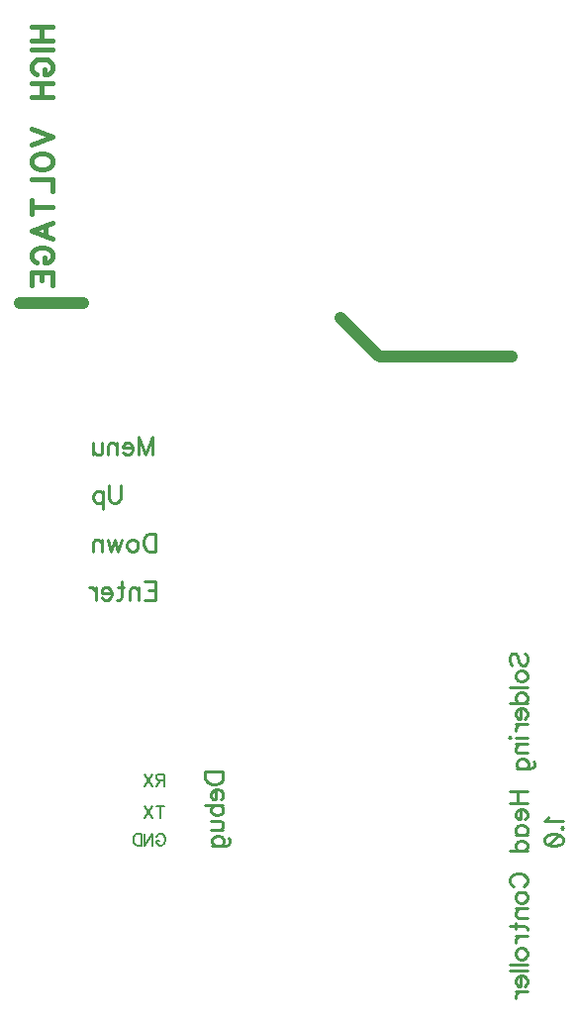
<source format=gbo>
G04 DipTrace 2.4.0.2*
%INTemperatureController.GBO*%
%MOIN*%
%ADD18C,0.0394*%
%ADD44C,0.0154*%
%ADD131C,0.0093*%
%ADD132C,0.0062*%
%FSLAX44Y44*%
G04*
G70*
G90*
G75*
G01*
%LNBotSilk*%
%LPD*%
X20763Y29190D2*
D18*
X16325D1*
X16263Y29252D2*
X15013Y30502D1*
X6324Y31002D2*
X4199D1*
X4618Y40304D2*
D44*
X5321D1*
X4618Y39835D2*
X5321D1*
X4953Y40304D2*
Y39835D1*
X4618Y39529D2*
X5321D1*
X4785Y38721D2*
X4718Y38754D1*
X4651Y38821D1*
X4618Y38888D1*
Y39022D1*
X4651Y39089D1*
X4718Y39155D1*
X4785Y39190D1*
X4886Y39223D1*
X5053D1*
X5153Y39190D1*
X5221Y39155D1*
X5287Y39089D1*
X5321Y39022D1*
Y38888D1*
X5287Y38821D1*
X5221Y38754D1*
X5153Y38721D1*
X5053D1*
Y38888D1*
X4618Y38414D2*
X5321D1*
X4618Y37945D2*
X5321D1*
X4953Y38414D2*
Y37945D1*
X4618Y36869D2*
X5321Y36601D1*
X4618Y36333D1*
Y35826D2*
X4651Y35893D1*
X4718Y35960D1*
X4785Y35994D1*
X4886Y36027D1*
X5053D1*
X5153Y35994D1*
X5221Y35960D1*
X5287Y35893D1*
X5321Y35826D1*
Y35692D1*
X5287Y35626D1*
X5221Y35558D1*
X5153Y35525D1*
X5053Y35492D1*
X4886D1*
X4785Y35525D1*
X4718Y35558D1*
X4651Y35626D1*
X4618Y35692D1*
Y35826D1*
Y35185D2*
X5321D1*
Y34784D1*
X4618Y34243D2*
X5321D1*
X4618Y34478D2*
Y34009D1*
X5321Y33166D2*
X4618Y33435D1*
X5321Y33703D1*
X5087Y33602D2*
Y33267D1*
X4785Y32358D2*
X4718Y32391D1*
X4651Y32459D1*
X4618Y32525D1*
Y32659D1*
X4651Y32726D1*
X4718Y32793D1*
X4785Y32827D1*
X4886Y32860D1*
X5053D1*
X5153Y32827D1*
X5221Y32793D1*
X5287Y32726D1*
X5321Y32659D1*
Y32525D1*
X5287Y32459D1*
X5221Y32391D1*
X5153Y32358D1*
X5053D1*
Y32525D1*
X4618Y31617D2*
Y32052D1*
X5321D1*
Y31617D1*
X4953Y32052D2*
Y31784D1*
X8404Y21625D2*
D131*
X8777D1*
Y21022D1*
X8404D1*
X8777Y21338D2*
X8547D1*
X8219Y21424D2*
Y21022D1*
Y21309D2*
X8133Y21396D1*
X8075Y21424D1*
X7989D1*
X7932Y21396D1*
X7903Y21309D1*
Y21022D1*
X7632Y21625D2*
Y21137D1*
X7603Y21051D1*
X7545Y21022D1*
X7488D1*
X7718Y21424D2*
X7517D1*
X7303Y21252D2*
X6959D1*
Y21309D1*
X6987Y21367D1*
X7016Y21396D1*
X7074Y21424D1*
X7160D1*
X7217Y21396D1*
X7275Y21338D1*
X7303Y21252D1*
Y21195D1*
X7275Y21108D1*
X7217Y21051D1*
X7160Y21022D1*
X7074D1*
X7016Y21051D1*
X6959Y21108D1*
X6774Y21424D2*
Y21022D1*
Y21252D2*
X6745Y21338D1*
X6687Y21396D1*
X6630Y21424D1*
X6544D1*
X8774Y23250D2*
Y22647D1*
X8573D1*
X8487Y22677D1*
X8429Y22734D1*
X8401Y22791D1*
X8372Y22877D1*
Y23021D1*
X8401Y23107D1*
X8429Y23164D1*
X8487Y23222D1*
X8573Y23250D1*
X8774D1*
X8044Y23049D2*
X8101Y23021D1*
X8159Y22963D1*
X8187Y22877D1*
Y22820D1*
X8159Y22734D1*
X8101Y22677D1*
X8044Y22647D1*
X7958D1*
X7900Y22677D1*
X7843Y22734D1*
X7814Y22820D1*
Y22877D1*
X7843Y22963D1*
X7900Y23021D1*
X7958Y23049D1*
X8044D1*
X7628D2*
X7514Y22647D1*
X7399Y23049D1*
X7284Y22647D1*
X7170Y23049D1*
X6984D2*
Y22647D1*
Y22935D2*
X6898Y23021D1*
X6840Y23049D1*
X6755D1*
X6697Y23021D1*
X6669Y22935D1*
Y22647D1*
X7601Y24875D2*
Y24445D1*
X7572Y24359D1*
X7514Y24302D1*
X7428Y24273D1*
X7371D1*
X7285Y24302D1*
X7227Y24359D1*
X7199Y24445D1*
Y24875D1*
X7013Y24674D2*
Y24072D1*
Y24588D2*
X6956Y24645D1*
X6899Y24674D1*
X6812D1*
X6755Y24645D1*
X6698Y24588D1*
X6669Y24502D1*
Y24444D1*
X6698Y24359D1*
X6755Y24301D1*
X6812Y24273D1*
X6899D1*
X6956Y24301D1*
X7013Y24359D1*
X8200Y25898D2*
Y26501D1*
X8429Y25898D1*
X8659Y26501D1*
Y25898D1*
X8015Y26127D2*
X7671D1*
Y26185D1*
X7699Y26243D1*
X7728Y26271D1*
X7785Y26300D1*
X7871D1*
X7929Y26271D1*
X7986Y26213D1*
X8015Y26127D1*
Y26070D1*
X7986Y25984D1*
X7929Y25927D1*
X7871Y25898D1*
X7785D1*
X7728Y25927D1*
X7671Y25984D1*
X7485Y26300D2*
Y25898D1*
Y26185D2*
X7399Y26271D1*
X7341Y26300D1*
X7256D1*
X7198Y26271D1*
X7170Y26185D1*
Y25898D1*
X6984Y26300D2*
Y26012D1*
X6956Y25927D1*
X6898Y25898D1*
X6812D1*
X6755Y25927D1*
X6669Y26012D1*
Y26300D2*
Y25898D1*
X10448Y15224D2*
X11051D1*
Y15023D1*
X11022Y14937D1*
X10965Y14879D1*
X10907Y14850D1*
X10821Y14822D1*
X10677D1*
X10591Y14850D1*
X10534Y14879D1*
X10476Y14937D1*
X10448Y15023D1*
Y15224D1*
X10821Y14637D2*
Y14292D1*
X10764D1*
X10706Y14321D1*
X10677Y14350D1*
X10649Y14407D1*
Y14493D1*
X10677Y14550D1*
X10735Y14608D1*
X10821Y14637D1*
X10878D1*
X10965Y14608D1*
X11022Y14550D1*
X11051Y14493D1*
Y14407D1*
X11022Y14349D1*
X10965Y14292D1*
X10448Y14107D2*
X11051D1*
X10735D2*
X10677Y14049D1*
X10649Y13992D1*
Y13906D1*
X10677Y13849D1*
X10735Y13791D1*
X10821Y13763D1*
X10878D1*
X10965Y13791D1*
X11022Y13849D1*
X11051Y13906D1*
Y13992D1*
X11022Y14049D1*
X10965Y14107D1*
X10649Y13578D2*
X10936D1*
X11022Y13549D1*
X11051Y13491D1*
Y13405D1*
X11022Y13348D1*
X10936Y13262D1*
X10649D2*
X11051D1*
X10677Y12733D2*
X11137D1*
X11223Y12761D1*
X11252Y12790D1*
X11280Y12847D1*
Y12933D1*
X11252Y12991D1*
X10764Y12733D2*
X10707Y12790D1*
X10677Y12847D1*
Y12933D1*
X10707Y12991D1*
X10764Y13048D1*
X10850Y13077D1*
X10908D1*
X10993Y13048D1*
X11051Y12991D1*
X11079Y12933D1*
Y12847D1*
X11051Y12790D1*
X10993Y12733D1*
X8926Y14084D2*
D132*
Y13683D1*
X9060Y14084D2*
X8792D1*
X8668D2*
X8400Y13683D1*
Y14084D2*
X8668Y13683D1*
X8808Y13051D2*
X8827Y13089D1*
X8866Y13128D1*
X8904Y13147D1*
X8980D1*
X9019Y13128D1*
X9057Y13089D1*
X9076Y13051D1*
X9095Y12994D1*
Y12898D1*
X9076Y12841D1*
X9057Y12802D1*
X9019Y12764D1*
X8980Y12745D1*
X8904D1*
X8866Y12764D1*
X8827Y12802D1*
X8808Y12841D1*
Y12898D1*
X8904D1*
X8417Y13147D2*
Y12745D1*
X8685Y13147D1*
Y12745D1*
X8293Y13147D2*
Y12745D1*
X8159D1*
X8102Y12764D1*
X8063Y12802D1*
X8044Y12841D1*
X8025Y12898D1*
Y12994D1*
X8044Y13051D1*
X8063Y13089D1*
X8102Y13128D1*
X8159Y13147D1*
X8293D1*
X9060Y14956D2*
X8888D1*
X8830Y14975D1*
X8811Y14994D1*
X8792Y15032D1*
Y15071D1*
X8811Y15109D1*
X8830Y15128D1*
X8888Y15147D1*
X9060D1*
Y14745D1*
X8926Y14956D2*
X8792Y14745D1*
X8668Y15147D2*
X8400Y14745D1*
Y15147D2*
X8668Y14745D1*
X20785Y18820D2*
D131*
X20728Y18877D1*
X20699Y18964D1*
Y19078D1*
X20728Y19165D1*
X20785Y19222D1*
X20842D1*
X20900Y19193D1*
X20929Y19165D1*
X20957Y19108D1*
X21015Y18935D1*
X21043Y18877D1*
X21072Y18849D1*
X21129Y18820D1*
X21216D1*
X21273Y18877D1*
X21302Y18964D1*
Y19078D1*
X21273Y19165D1*
X21216Y19222D1*
X20900Y18492D2*
X20929Y18549D1*
X20986Y18607D1*
X21072Y18635D1*
X21129D1*
X21216Y18607D1*
X21273Y18549D1*
X21302Y18492D1*
Y18406D1*
X21273Y18348D1*
X21216Y18291D1*
X21129Y18262D1*
X21072D1*
X20986Y18291D1*
X20929Y18348D1*
X20900Y18406D1*
Y18492D1*
X20699Y18077D2*
X21302D1*
X20699Y17547D2*
X21302D1*
X20986D2*
X20929Y17604D1*
X20900Y17662D1*
Y17748D1*
X20929Y17805D1*
X20986Y17863D1*
X21072Y17891D1*
X21129D1*
X21216Y17863D1*
X21273Y17805D1*
X21302Y17748D1*
Y17662D1*
X21273Y17604D1*
X21216Y17547D1*
X21072Y17362D2*
Y17018D1*
X21015D1*
X20957Y17046D1*
X20929Y17075D1*
X20900Y17132D1*
Y17218D1*
X20929Y17276D1*
X20986Y17333D1*
X21072Y17362D1*
X21129D1*
X21216Y17333D1*
X21273Y17276D1*
X21302Y17218D1*
Y17132D1*
X21273Y17075D1*
X21216Y17018D1*
X20900Y16832D2*
X21302D1*
X21072D2*
X20986Y16803D1*
X20929Y16746D1*
X20900Y16688D1*
Y16602D1*
X20699Y16417D2*
X20728Y16388D1*
X20699Y16359D1*
X20670Y16388D1*
X20699Y16417D1*
X20900Y16388D2*
X21302D1*
X20900Y16174D2*
X21302D1*
X21015D2*
X20929Y16088D1*
X20900Y16030D1*
Y15944D1*
X20929Y15887D1*
X21015Y15858D1*
X21302D1*
X20929Y15329D2*
X21388D1*
X21474Y15357D1*
X21503Y15386D1*
X21531Y15443D1*
Y15530D1*
X21503Y15587D1*
X21015Y15329D2*
X20958Y15386D1*
X20929Y15443D1*
Y15530D1*
X20958Y15587D1*
X21015Y15644D1*
X21101Y15673D1*
X21159D1*
X21244Y15644D1*
X21302Y15587D1*
X21330Y15530D1*
Y15443D1*
X21302Y15386D1*
X21244Y15329D1*
X20699Y14560D2*
X21302D1*
X20699Y14158D2*
X21302D1*
X20986Y14560D2*
Y14158D1*
X21072Y13973D2*
Y13629D1*
X21015D1*
X20957Y13657D1*
X20929Y13686D1*
X20900Y13744D1*
Y13830D1*
X20929Y13887D1*
X20986Y13944D1*
X21072Y13973D1*
X21129D1*
X21216Y13944D1*
X21273Y13887D1*
X21302Y13830D1*
Y13744D1*
X21273Y13686D1*
X21216Y13629D1*
X20900Y13099D2*
X21302D1*
X20986D2*
X20929Y13156D1*
X20900Y13214D1*
Y13300D1*
X20929Y13357D1*
X20986Y13414D1*
X21072Y13444D1*
X21129D1*
X21216Y13414D1*
X21273Y13357D1*
X21302Y13300D1*
Y13214D1*
X21273Y13156D1*
X21216Y13099D1*
X20699Y12570D2*
X21302D1*
X20986D2*
X20929Y12627D1*
X20900Y12685D1*
Y12771D1*
X20929Y12828D1*
X20986Y12886D1*
X21072Y12914D1*
X21129D1*
X21216Y12886D1*
X21273Y12828D1*
X21302Y12771D1*
Y12685D1*
X21273Y12627D1*
X21216Y12570D1*
X20842Y11371D2*
X20785Y11399D1*
X20728Y11457D1*
X20699Y11514D1*
Y11629D1*
X20728Y11687D1*
X20785Y11744D1*
X20842Y11773D1*
X20929Y11801D1*
X21072D1*
X21158Y11773D1*
X21216Y11744D1*
X21273Y11687D1*
X21302Y11629D1*
Y11514D1*
X21273Y11457D1*
X21216Y11399D1*
X21158Y11371D1*
X20900Y11042D2*
X20929Y11099D1*
X20986Y11157D1*
X21072Y11186D1*
X21129D1*
X21216Y11157D1*
X21273Y11099D1*
X21302Y11042D1*
Y10956D1*
X21273Y10898D1*
X21216Y10841D1*
X21129Y10812D1*
X21072D1*
X20986Y10841D1*
X20929Y10898D1*
X20900Y10956D1*
Y11042D1*
Y10627D2*
X21302D1*
X21015D2*
X20929Y10541D1*
X20900Y10483D1*
Y10397D1*
X20929Y10340D1*
X21015Y10311D1*
X21302D1*
X20699Y10040D2*
X21187D1*
X21273Y10011D1*
X21302Y9954D1*
Y9897D1*
X20900Y10126D2*
Y9925D1*
Y9711D2*
X21302D1*
X21072D2*
X20986Y9682D1*
X20929Y9625D1*
X20900Y9567D1*
Y9481D1*
Y9153D2*
X20929Y9210D1*
X20986Y9267D1*
X21072Y9296D1*
X21129D1*
X21216Y9267D1*
X21273Y9210D1*
X21302Y9153D1*
Y9066D1*
X21273Y9009D1*
X21216Y8952D1*
X21129Y8922D1*
X21072D1*
X20986Y8952D1*
X20929Y9009D1*
X20900Y9066D1*
Y9153D1*
X20699Y8737D2*
X21302D1*
X20699Y8552D2*
X21302D1*
X21072Y8367D2*
Y8022D1*
X21015D1*
X20957Y8051D1*
X20929Y8079D1*
X20900Y8137D1*
Y8223D1*
X20929Y8280D1*
X20986Y8338D1*
X21072Y8367D1*
X21129D1*
X21216Y8338D1*
X21273Y8280D1*
X21302Y8223D1*
Y8137D1*
X21273Y8079D1*
X21216Y8022D1*
X20900Y7837D2*
X21302D1*
X21072D2*
X20986Y7808D1*
X20929Y7751D1*
X20900Y7693D1*
Y7607D1*
X22002Y13707D2*
X21973Y13649D1*
X21887Y13563D1*
X22490D1*
X22432Y13349D2*
X22461Y13377D1*
X22490Y13349D1*
X22461Y13320D1*
X22432Y13349D1*
X21887Y12962D2*
X21916Y13048D1*
X22002Y13106D1*
X22145Y13134D1*
X22232D1*
X22375Y13106D1*
X22461Y13048D1*
X22490Y12962D1*
Y12905D1*
X22461Y12819D1*
X22375Y12762D1*
X22232Y12733D1*
X22145D1*
X22002Y12762D1*
X21916Y12819D1*
X21887Y12905D1*
Y12962D1*
X22002Y12762D2*
X22375Y13106D1*
M02*

</source>
